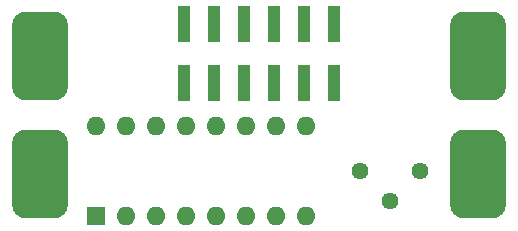
<source format=gbr>
%TF.GenerationSoftware,KiCad,Pcbnew,(6.0.11)*%
%TF.CreationDate,2024-01-05T00:58:30+00:00*%
%TF.ProjectId,Econet_ID_Extender_External,45636f6e-6574-45f4-9944-5f457874656e,rev?*%
%TF.SameCoordinates,Original*%
%TF.FileFunction,Soldermask,Bot*%
%TF.FilePolarity,Negative*%
%FSLAX46Y46*%
G04 Gerber Fmt 4.6, Leading zero omitted, Abs format (unit mm)*
G04 Created by KiCad (PCBNEW (6.0.11)) date 2024-01-05 00:58:30*
%MOMM*%
%LPD*%
G01*
G04 APERTURE LIST*
G04 Aperture macros list*
%AMRoundRect*
0 Rectangle with rounded corners*
0 $1 Rounding radius*
0 $2 $3 $4 $5 $6 $7 $8 $9 X,Y pos of 4 corners*
0 Add a 4 corners polygon primitive as box body*
4,1,4,$2,$3,$4,$5,$6,$7,$8,$9,$2,$3,0*
0 Add four circle primitives for the rounded corners*
1,1,$1+$1,$2,$3*
1,1,$1+$1,$4,$5*
1,1,$1+$1,$6,$7*
1,1,$1+$1,$8,$9*
0 Add four rect primitives between the rounded corners*
20,1,$1+$1,$2,$3,$4,$5,0*
20,1,$1+$1,$4,$5,$6,$7,0*
20,1,$1+$1,$6,$7,$8,$9,0*
20,1,$1+$1,$8,$9,$2,$3,0*%
G04 Aperture macros list end*
%ADD10RoundRect,1.190500X-1.190500X-2.559500X1.190500X-2.559500X1.190500X2.559500X-1.190500X2.559500X0*%
%ADD11C,1.440000*%
%ADD12R,1.600000X1.600000*%
%ADD13O,1.600000X1.600000*%
%ADD14R,1.000000X3.150000*%
G04 APERTURE END LIST*
D10*
%TO.C,*%
X166767889Y-101530000D03*
%TD*%
%TO.C,*%
X129757889Y-101530000D03*
%TD*%
D11*
%TO.C,RV1*%
X156812496Y-101280782D03*
X159352496Y-103820782D03*
X161892496Y-101280782D03*
%TD*%
D12*
%TO.C,SW1*%
X134447496Y-105065782D03*
D13*
X136987496Y-105065782D03*
X139527496Y-105065782D03*
X142067496Y-105065782D03*
X144607496Y-105065782D03*
X147147496Y-105065782D03*
X149687496Y-105065782D03*
X152227496Y-105065782D03*
X152227496Y-97445782D03*
X149687496Y-97445782D03*
X147147496Y-97445782D03*
X144607496Y-97445782D03*
X142067496Y-97445782D03*
X139527496Y-97445782D03*
X136987496Y-97445782D03*
X134447496Y-97445782D03*
%TD*%
D10*
%TO.C,*%
X129757889Y-91530000D03*
%TD*%
%TO.C,*%
X166767889Y-91530000D03*
%TD*%
D14*
%TO.C,J1*%
X141912889Y-88773532D03*
X141912889Y-93823532D03*
X144452889Y-88773532D03*
X144452889Y-93823532D03*
X146992889Y-88773532D03*
X146992889Y-93823532D03*
X149532889Y-88773532D03*
X149532889Y-93823532D03*
X152072889Y-88773532D03*
X152072889Y-93823532D03*
X154612889Y-88773532D03*
X154612889Y-93823532D03*
%TD*%
M02*

</source>
